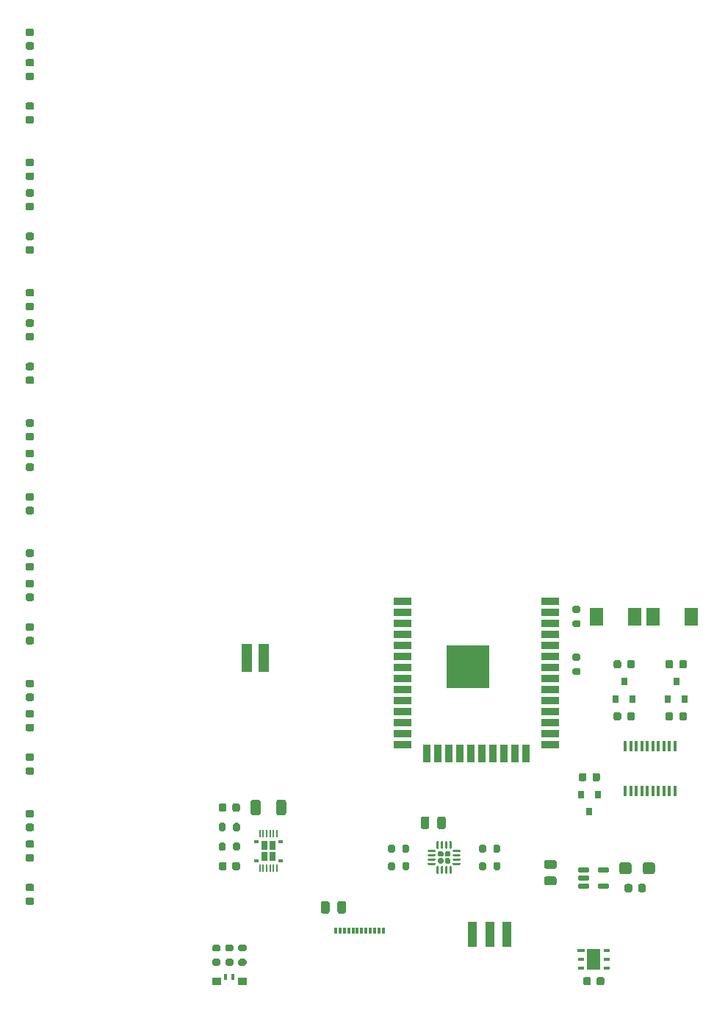
<source format=gbr>
G04 #@! TF.GenerationSoftware,KiCad,Pcbnew,(5.1.9-0-10_14)*
G04 #@! TF.CreationDate,2021-05-25T14:16:09+02:00*
G04 #@! TF.ProjectId,foodSampler_v21,666f6f64-5361-46d7-906c-65725f763231,rev?*
G04 #@! TF.SameCoordinates,Original*
G04 #@! TF.FileFunction,Paste,Top*
G04 #@! TF.FilePolarity,Positive*
%FSLAX46Y46*%
G04 Gerber Fmt 4.6, Leading zero omitted, Abs format (unit mm)*
G04 Created by KiCad (PCBNEW (5.1.9-0-10_14)) date 2021-05-25 14:16:09*
%MOMM*%
%LPD*%
G01*
G04 APERTURE LIST*
%ADD10R,0.350000X0.750000*%
%ADD11R,1.500000X2.000000*%
%ADD12R,5.000000X5.000000*%
%ADD13R,2.000000X0.900000*%
%ADD14R,0.900000X2.000000*%
%ADD15R,0.800000X0.900000*%
%ADD16R,0.400000X1.200000*%
%ADD17R,0.200000X0.200000*%
%ADD18O,0.200000X0.850000*%
%ADD19R,0.775000X1.100000*%
%ADD20R,0.575000X0.400000*%
%ADD21R,1.000000X2.900000*%
%ADD22R,1.250000X3.300000*%
%ADD23R,1.000000X0.900000*%
%ADD24R,0.400000X0.800000*%
%ADD25O,0.900000X0.400000*%
%ADD26R,0.800000X0.400000*%
%ADD27R,1.500000X2.400000*%
G04 APERTURE END LIST*
G36*
G01*
X27743750Y-109350000D02*
X28256250Y-109350000D01*
G75*
G02*
X28475000Y-109568750I0J-218750D01*
G01*
X28475000Y-110006250D01*
G75*
G02*
X28256250Y-110225000I-218750J0D01*
G01*
X27743750Y-110225000D01*
G75*
G02*
X27525000Y-110006250I0J218750D01*
G01*
X27525000Y-109568750D01*
G75*
G02*
X27743750Y-109350000I218750J0D01*
G01*
G37*
G36*
G01*
X27743750Y-107775000D02*
X28256250Y-107775000D01*
G75*
G02*
X28475000Y-107993750I0J-218750D01*
G01*
X28475000Y-108431250D01*
G75*
G02*
X28256250Y-108650000I-218750J0D01*
G01*
X27743750Y-108650000D01*
G75*
G02*
X27525000Y-108431250I0J218750D01*
G01*
X27525000Y-107993750D01*
G75*
G02*
X27743750Y-107775000I218750J0D01*
G01*
G37*
D10*
X63250000Y-151700000D03*
X63750000Y-151700000D03*
X64250000Y-151700000D03*
X64750000Y-151700000D03*
X65250000Y-151700000D03*
X66250000Y-151700000D03*
X66750000Y-151700000D03*
X67250000Y-151700000D03*
X67750000Y-151700000D03*
X68250000Y-151700000D03*
X68750000Y-151700000D03*
X65750000Y-151700000D03*
D11*
X97700000Y-115500000D03*
X93300000Y-115500000D03*
X104200000Y-115500000D03*
X99800000Y-115500000D03*
G36*
G01*
X98100000Y-147025000D02*
X98100000Y-146525000D01*
G75*
G02*
X98325000Y-146300000I225000J0D01*
G01*
X98775000Y-146300000D01*
G75*
G02*
X99000000Y-146525000I0J-225000D01*
G01*
X99000000Y-147025000D01*
G75*
G02*
X98775000Y-147250000I-225000J0D01*
G01*
X98325000Y-147250000D01*
G75*
G02*
X98100000Y-147025000I0J225000D01*
G01*
G37*
G36*
G01*
X96550000Y-147025000D02*
X96550000Y-146525000D01*
G75*
G02*
X96775000Y-146300000I225000J0D01*
G01*
X97225000Y-146300000D01*
G75*
G02*
X97450000Y-146525000I0J-225000D01*
G01*
X97450000Y-147025000D01*
G75*
G02*
X97225000Y-147250000I-225000J0D01*
G01*
X96775000Y-147250000D01*
G75*
G02*
X96550000Y-147025000I0J225000D01*
G01*
G37*
G36*
G01*
X50675000Y-137250000D02*
X50675000Y-137750000D01*
G75*
G02*
X50450000Y-137975000I-225000J0D01*
G01*
X50000000Y-137975000D01*
G75*
G02*
X49775000Y-137750000I0J225000D01*
G01*
X49775000Y-137250000D01*
G75*
G02*
X50000000Y-137025000I225000J0D01*
G01*
X50450000Y-137025000D01*
G75*
G02*
X50675000Y-137250000I0J-225000D01*
G01*
G37*
G36*
G01*
X52225000Y-137250000D02*
X52225000Y-137750000D01*
G75*
G02*
X52000000Y-137975000I-225000J0D01*
G01*
X51550000Y-137975000D01*
G75*
G02*
X51325000Y-137750000I0J225000D01*
G01*
X51325000Y-137250000D01*
G75*
G02*
X51550000Y-137025000I225000J0D01*
G01*
X52000000Y-137025000D01*
G75*
G02*
X52225000Y-137250000I0J-225000D01*
G01*
G37*
G36*
G01*
X51325000Y-144500000D02*
X51325000Y-144000000D01*
G75*
G02*
X51550000Y-143775000I225000J0D01*
G01*
X52000000Y-143775000D01*
G75*
G02*
X52225000Y-144000000I0J-225000D01*
G01*
X52225000Y-144500000D01*
G75*
G02*
X52000000Y-144725000I-225000J0D01*
G01*
X51550000Y-144725000D01*
G75*
G02*
X51325000Y-144500000I0J225000D01*
G01*
G37*
G36*
G01*
X49775000Y-144500000D02*
X49775000Y-144000000D01*
G75*
G02*
X50000000Y-143775000I225000J0D01*
G01*
X50450000Y-143775000D01*
G75*
G02*
X50675000Y-144000000I0J-225000D01*
G01*
X50675000Y-144500000D01*
G75*
G02*
X50450000Y-144725000I-225000J0D01*
G01*
X50000000Y-144725000D01*
G75*
G02*
X49775000Y-144500000I0J225000D01*
G01*
G37*
D12*
X78500000Y-121245000D03*
D13*
X71000000Y-113745000D03*
X71000000Y-115015000D03*
X71000000Y-116285000D03*
X71000000Y-117555000D03*
X71000000Y-118825000D03*
X71000000Y-120095000D03*
X71000000Y-121365000D03*
X71000000Y-122635000D03*
X71000000Y-123905000D03*
X71000000Y-125175000D03*
X71000000Y-126445000D03*
X71000000Y-127715000D03*
X71000000Y-128985000D03*
X71000000Y-130255000D03*
D14*
X73785000Y-131255000D03*
X75055000Y-131255000D03*
X76325000Y-131255000D03*
X77595000Y-131255000D03*
X78865000Y-131255000D03*
X80135000Y-131255000D03*
X81405000Y-131255000D03*
X82675000Y-131255000D03*
X83945000Y-131255000D03*
X85215000Y-131255000D03*
D13*
X88000000Y-130255000D03*
X88000000Y-128985000D03*
X88000000Y-127715000D03*
X88000000Y-126445000D03*
X88000000Y-125175000D03*
X88000000Y-123905000D03*
X88000000Y-122635000D03*
X88000000Y-121365000D03*
X88000000Y-120095000D03*
X88000000Y-118825000D03*
X88000000Y-117555000D03*
X88000000Y-116285000D03*
X88000000Y-115015000D03*
X88000000Y-113745000D03*
G36*
G01*
X27743750Y-47775000D02*
X28256250Y-47775000D01*
G75*
G02*
X28475000Y-47993750I0J-218750D01*
G01*
X28475000Y-48431250D01*
G75*
G02*
X28256250Y-48650000I-218750J0D01*
G01*
X27743750Y-48650000D01*
G75*
G02*
X27525000Y-48431250I0J218750D01*
G01*
X27525000Y-47993750D01*
G75*
G02*
X27743750Y-47775000I218750J0D01*
G01*
G37*
G36*
G01*
X27743750Y-49350000D02*
X28256250Y-49350000D01*
G75*
G02*
X28475000Y-49568750I0J-218750D01*
G01*
X28475000Y-50006250D01*
G75*
G02*
X28256250Y-50225000I-218750J0D01*
G01*
X27743750Y-50225000D01*
G75*
G02*
X27525000Y-50006250I0J218750D01*
G01*
X27525000Y-49568750D01*
G75*
G02*
X27743750Y-49350000I218750J0D01*
G01*
G37*
G36*
G01*
X27743750Y-62775000D02*
X28256250Y-62775000D01*
G75*
G02*
X28475000Y-62993750I0J-218750D01*
G01*
X28475000Y-63431250D01*
G75*
G02*
X28256250Y-63650000I-218750J0D01*
G01*
X27743750Y-63650000D01*
G75*
G02*
X27525000Y-63431250I0J218750D01*
G01*
X27525000Y-62993750D01*
G75*
G02*
X27743750Y-62775000I218750J0D01*
G01*
G37*
G36*
G01*
X27743750Y-64350000D02*
X28256250Y-64350000D01*
G75*
G02*
X28475000Y-64568750I0J-218750D01*
G01*
X28475000Y-65006250D01*
G75*
G02*
X28256250Y-65225000I-218750J0D01*
G01*
X27743750Y-65225000D01*
G75*
G02*
X27525000Y-65006250I0J218750D01*
G01*
X27525000Y-64568750D01*
G75*
G02*
X27743750Y-64350000I218750J0D01*
G01*
G37*
G36*
G01*
X27743750Y-79350000D02*
X28256250Y-79350000D01*
G75*
G02*
X28475000Y-79568750I0J-218750D01*
G01*
X28475000Y-80006250D01*
G75*
G02*
X28256250Y-80225000I-218750J0D01*
G01*
X27743750Y-80225000D01*
G75*
G02*
X27525000Y-80006250I0J218750D01*
G01*
X27525000Y-79568750D01*
G75*
G02*
X27743750Y-79350000I218750J0D01*
G01*
G37*
G36*
G01*
X27743750Y-77775000D02*
X28256250Y-77775000D01*
G75*
G02*
X28475000Y-77993750I0J-218750D01*
G01*
X28475000Y-78431250D01*
G75*
G02*
X28256250Y-78650000I-218750J0D01*
G01*
X27743750Y-78650000D01*
G75*
G02*
X27525000Y-78431250I0J218750D01*
G01*
X27525000Y-77993750D01*
G75*
G02*
X27743750Y-77775000I218750J0D01*
G01*
G37*
G36*
G01*
X27743750Y-94350000D02*
X28256250Y-94350000D01*
G75*
G02*
X28475000Y-94568750I0J-218750D01*
G01*
X28475000Y-95006250D01*
G75*
G02*
X28256250Y-95225000I-218750J0D01*
G01*
X27743750Y-95225000D01*
G75*
G02*
X27525000Y-95006250I0J218750D01*
G01*
X27525000Y-94568750D01*
G75*
G02*
X27743750Y-94350000I218750J0D01*
G01*
G37*
G36*
G01*
X27743750Y-92775000D02*
X28256250Y-92775000D01*
G75*
G02*
X28475000Y-92993750I0J-218750D01*
G01*
X28475000Y-93431250D01*
G75*
G02*
X28256250Y-93650000I-218750J0D01*
G01*
X27743750Y-93650000D01*
G75*
G02*
X27525000Y-93431250I0J218750D01*
G01*
X27525000Y-92993750D01*
G75*
G02*
X27743750Y-92775000I218750J0D01*
G01*
G37*
G36*
G01*
X27743750Y-122775000D02*
X28256250Y-122775000D01*
G75*
G02*
X28475000Y-122993750I0J-218750D01*
G01*
X28475000Y-123431250D01*
G75*
G02*
X28256250Y-123650000I-218750J0D01*
G01*
X27743750Y-123650000D01*
G75*
G02*
X27525000Y-123431250I0J218750D01*
G01*
X27525000Y-122993750D01*
G75*
G02*
X27743750Y-122775000I218750J0D01*
G01*
G37*
G36*
G01*
X27743750Y-124350000D02*
X28256250Y-124350000D01*
G75*
G02*
X28475000Y-124568750I0J-218750D01*
G01*
X28475000Y-125006250D01*
G75*
G02*
X28256250Y-125225000I-218750J0D01*
G01*
X27743750Y-125225000D01*
G75*
G02*
X27525000Y-125006250I0J218750D01*
G01*
X27525000Y-124568750D01*
G75*
G02*
X27743750Y-124350000I218750J0D01*
G01*
G37*
G36*
G01*
X27743750Y-139350000D02*
X28256250Y-139350000D01*
G75*
G02*
X28475000Y-139568750I0J-218750D01*
G01*
X28475000Y-140006250D01*
G75*
G02*
X28256250Y-140225000I-218750J0D01*
G01*
X27743750Y-140225000D01*
G75*
G02*
X27525000Y-140006250I0J218750D01*
G01*
X27525000Y-139568750D01*
G75*
G02*
X27743750Y-139350000I218750J0D01*
G01*
G37*
G36*
G01*
X27743750Y-137775000D02*
X28256250Y-137775000D01*
G75*
G02*
X28475000Y-137993750I0J-218750D01*
G01*
X28475000Y-138431250D01*
G75*
G02*
X28256250Y-138650000I-218750J0D01*
G01*
X27743750Y-138650000D01*
G75*
G02*
X27525000Y-138431250I0J218750D01*
G01*
X27525000Y-137993750D01*
G75*
G02*
X27743750Y-137775000I218750J0D01*
G01*
G37*
G36*
G01*
X27743750Y-51275000D02*
X28256250Y-51275000D01*
G75*
G02*
X28475000Y-51493750I0J-218750D01*
G01*
X28475000Y-51931250D01*
G75*
G02*
X28256250Y-52150000I-218750J0D01*
G01*
X27743750Y-52150000D01*
G75*
G02*
X27525000Y-51931250I0J218750D01*
G01*
X27525000Y-51493750D01*
G75*
G02*
X27743750Y-51275000I218750J0D01*
G01*
G37*
G36*
G01*
X27743750Y-52850000D02*
X28256250Y-52850000D01*
G75*
G02*
X28475000Y-53068750I0J-218750D01*
G01*
X28475000Y-53506250D01*
G75*
G02*
X28256250Y-53725000I-218750J0D01*
G01*
X27743750Y-53725000D01*
G75*
G02*
X27525000Y-53506250I0J218750D01*
G01*
X27525000Y-53068750D01*
G75*
G02*
X27743750Y-52850000I218750J0D01*
G01*
G37*
G36*
G01*
X27743750Y-111275000D02*
X28256250Y-111275000D01*
G75*
G02*
X28475000Y-111493750I0J-218750D01*
G01*
X28475000Y-111931250D01*
G75*
G02*
X28256250Y-112150000I-218750J0D01*
G01*
X27743750Y-112150000D01*
G75*
G02*
X27525000Y-111931250I0J218750D01*
G01*
X27525000Y-111493750D01*
G75*
G02*
X27743750Y-111275000I218750J0D01*
G01*
G37*
G36*
G01*
X27743750Y-112850000D02*
X28256250Y-112850000D01*
G75*
G02*
X28475000Y-113068750I0J-218750D01*
G01*
X28475000Y-113506250D01*
G75*
G02*
X28256250Y-113725000I-218750J0D01*
G01*
X27743750Y-113725000D01*
G75*
G02*
X27525000Y-113506250I0J218750D01*
G01*
X27525000Y-113068750D01*
G75*
G02*
X27743750Y-112850000I218750J0D01*
G01*
G37*
G36*
G01*
X27743750Y-82850000D02*
X28256250Y-82850000D01*
G75*
G02*
X28475000Y-83068750I0J-218750D01*
G01*
X28475000Y-83506250D01*
G75*
G02*
X28256250Y-83725000I-218750J0D01*
G01*
X27743750Y-83725000D01*
G75*
G02*
X27525000Y-83506250I0J218750D01*
G01*
X27525000Y-83068750D01*
G75*
G02*
X27743750Y-82850000I218750J0D01*
G01*
G37*
G36*
G01*
X27743750Y-81275000D02*
X28256250Y-81275000D01*
G75*
G02*
X28475000Y-81493750I0J-218750D01*
G01*
X28475000Y-81931250D01*
G75*
G02*
X28256250Y-82150000I-218750J0D01*
G01*
X27743750Y-82150000D01*
G75*
G02*
X27525000Y-81931250I0J218750D01*
G01*
X27525000Y-81493750D01*
G75*
G02*
X27743750Y-81275000I218750J0D01*
G01*
G37*
G36*
G01*
X27743750Y-141275000D02*
X28256250Y-141275000D01*
G75*
G02*
X28475000Y-141493750I0J-218750D01*
G01*
X28475000Y-141931250D01*
G75*
G02*
X28256250Y-142150000I-218750J0D01*
G01*
X27743750Y-142150000D01*
G75*
G02*
X27525000Y-141931250I0J218750D01*
G01*
X27525000Y-141493750D01*
G75*
G02*
X27743750Y-141275000I218750J0D01*
G01*
G37*
G36*
G01*
X27743750Y-142850000D02*
X28256250Y-142850000D01*
G75*
G02*
X28475000Y-143068750I0J-218750D01*
G01*
X28475000Y-143506250D01*
G75*
G02*
X28256250Y-143725000I-218750J0D01*
G01*
X27743750Y-143725000D01*
G75*
G02*
X27525000Y-143506250I0J218750D01*
G01*
X27525000Y-143068750D01*
G75*
G02*
X27743750Y-142850000I218750J0D01*
G01*
G37*
G36*
G01*
X27743750Y-127850000D02*
X28256250Y-127850000D01*
G75*
G02*
X28475000Y-128068750I0J-218750D01*
G01*
X28475000Y-128506250D01*
G75*
G02*
X28256250Y-128725000I-218750J0D01*
G01*
X27743750Y-128725000D01*
G75*
G02*
X27525000Y-128506250I0J218750D01*
G01*
X27525000Y-128068750D01*
G75*
G02*
X27743750Y-127850000I218750J0D01*
G01*
G37*
G36*
G01*
X27743750Y-126275000D02*
X28256250Y-126275000D01*
G75*
G02*
X28475000Y-126493750I0J-218750D01*
G01*
X28475000Y-126931250D01*
G75*
G02*
X28256250Y-127150000I-218750J0D01*
G01*
X27743750Y-127150000D01*
G75*
G02*
X27525000Y-126931250I0J218750D01*
G01*
X27525000Y-126493750D01*
G75*
G02*
X27743750Y-126275000I218750J0D01*
G01*
G37*
G36*
G01*
X27743750Y-97850000D02*
X28256250Y-97850000D01*
G75*
G02*
X28475000Y-98068750I0J-218750D01*
G01*
X28475000Y-98506250D01*
G75*
G02*
X28256250Y-98725000I-218750J0D01*
G01*
X27743750Y-98725000D01*
G75*
G02*
X27525000Y-98506250I0J218750D01*
G01*
X27525000Y-98068750D01*
G75*
G02*
X27743750Y-97850000I218750J0D01*
G01*
G37*
G36*
G01*
X27743750Y-96275000D02*
X28256250Y-96275000D01*
G75*
G02*
X28475000Y-96493750I0J-218750D01*
G01*
X28475000Y-96931250D01*
G75*
G02*
X28256250Y-97150000I-218750J0D01*
G01*
X27743750Y-97150000D01*
G75*
G02*
X27525000Y-96931250I0J218750D01*
G01*
X27525000Y-96493750D01*
G75*
G02*
X27743750Y-96275000I218750J0D01*
G01*
G37*
G36*
G01*
X27743750Y-67850000D02*
X28256250Y-67850000D01*
G75*
G02*
X28475000Y-68068750I0J-218750D01*
G01*
X28475000Y-68506250D01*
G75*
G02*
X28256250Y-68725000I-218750J0D01*
G01*
X27743750Y-68725000D01*
G75*
G02*
X27525000Y-68506250I0J218750D01*
G01*
X27525000Y-68068750D01*
G75*
G02*
X27743750Y-67850000I218750J0D01*
G01*
G37*
G36*
G01*
X27743750Y-66275000D02*
X28256250Y-66275000D01*
G75*
G02*
X28475000Y-66493750I0J-218750D01*
G01*
X28475000Y-66931250D01*
G75*
G02*
X28256250Y-67150000I-218750J0D01*
G01*
X27743750Y-67150000D01*
G75*
G02*
X27525000Y-66931250I0J218750D01*
G01*
X27525000Y-66493750D01*
G75*
G02*
X27743750Y-66275000I218750J0D01*
G01*
G37*
G36*
G01*
X96150000Y-120743750D02*
X96150000Y-121256250D01*
G75*
G02*
X95931250Y-121475000I-218750J0D01*
G01*
X95493750Y-121475000D01*
G75*
G02*
X95275000Y-121256250I0J218750D01*
G01*
X95275000Y-120743750D01*
G75*
G02*
X95493750Y-120525000I218750J0D01*
G01*
X95931250Y-120525000D01*
G75*
G02*
X96150000Y-120743750I0J-218750D01*
G01*
G37*
G36*
G01*
X97725000Y-120743750D02*
X97725000Y-121256250D01*
G75*
G02*
X97506250Y-121475000I-218750J0D01*
G01*
X97068750Y-121475000D01*
G75*
G02*
X96850000Y-121256250I0J218750D01*
G01*
X96850000Y-120743750D01*
G75*
G02*
X97068750Y-120525000I218750J0D01*
G01*
X97506250Y-120525000D01*
G75*
G02*
X97725000Y-120743750I0J-218750D01*
G01*
G37*
G36*
G01*
X103725000Y-120743750D02*
X103725000Y-121256250D01*
G75*
G02*
X103506250Y-121475000I-218750J0D01*
G01*
X103068750Y-121475000D01*
G75*
G02*
X102850000Y-121256250I0J218750D01*
G01*
X102850000Y-120743750D01*
G75*
G02*
X103068750Y-120525000I218750J0D01*
G01*
X103506250Y-120525000D01*
G75*
G02*
X103725000Y-120743750I0J-218750D01*
G01*
G37*
G36*
G01*
X102150000Y-120743750D02*
X102150000Y-121256250D01*
G75*
G02*
X101931250Y-121475000I-218750J0D01*
G01*
X101493750Y-121475000D01*
G75*
G02*
X101275000Y-121256250I0J218750D01*
G01*
X101275000Y-120743750D01*
G75*
G02*
X101493750Y-120525000I218750J0D01*
G01*
X101931250Y-120525000D01*
G75*
G02*
X102150000Y-120743750I0J-218750D01*
G01*
G37*
G36*
G01*
X93725000Y-133743750D02*
X93725000Y-134256250D01*
G75*
G02*
X93506250Y-134475000I-218750J0D01*
G01*
X93068750Y-134475000D01*
G75*
G02*
X92850000Y-134256250I0J218750D01*
G01*
X92850000Y-133743750D01*
G75*
G02*
X93068750Y-133525000I218750J0D01*
G01*
X93506250Y-133525000D01*
G75*
G02*
X93725000Y-133743750I0J-218750D01*
G01*
G37*
G36*
G01*
X92150000Y-133743750D02*
X92150000Y-134256250D01*
G75*
G02*
X91931250Y-134475000I-218750J0D01*
G01*
X91493750Y-134475000D01*
G75*
G02*
X91275000Y-134256250I0J218750D01*
G01*
X91275000Y-133743750D01*
G75*
G02*
X91493750Y-133525000I218750J0D01*
G01*
X91931250Y-133525000D01*
G75*
G02*
X92150000Y-133743750I0J-218750D01*
G01*
G37*
D15*
X95550000Y-125000000D03*
X97450000Y-125000000D03*
X96500000Y-123000000D03*
X102500000Y-123000000D03*
X103450000Y-125000000D03*
X101550000Y-125000000D03*
G36*
G01*
X97725000Y-126743750D02*
X97725000Y-127256250D01*
G75*
G02*
X97506250Y-127475000I-218750J0D01*
G01*
X97068750Y-127475000D01*
G75*
G02*
X96850000Y-127256250I0J218750D01*
G01*
X96850000Y-126743750D01*
G75*
G02*
X97068750Y-126525000I218750J0D01*
G01*
X97506250Y-126525000D01*
G75*
G02*
X97725000Y-126743750I0J-218750D01*
G01*
G37*
G36*
G01*
X96150000Y-126743750D02*
X96150000Y-127256250D01*
G75*
G02*
X95931250Y-127475000I-218750J0D01*
G01*
X95493750Y-127475000D01*
G75*
G02*
X95275000Y-127256250I0J218750D01*
G01*
X95275000Y-126743750D01*
G75*
G02*
X95493750Y-126525000I218750J0D01*
G01*
X95931250Y-126525000D01*
G75*
G02*
X96150000Y-126743750I0J-218750D01*
G01*
G37*
G36*
G01*
X102150000Y-126743750D02*
X102150000Y-127256250D01*
G75*
G02*
X101931250Y-127475000I-218750J0D01*
G01*
X101493750Y-127475000D01*
G75*
G02*
X101275000Y-127256250I0J218750D01*
G01*
X101275000Y-126743750D01*
G75*
G02*
X101493750Y-126525000I218750J0D01*
G01*
X101931250Y-126525000D01*
G75*
G02*
X102150000Y-126743750I0J-218750D01*
G01*
G37*
G36*
G01*
X103725000Y-126743750D02*
X103725000Y-127256250D01*
G75*
G02*
X103506250Y-127475000I-218750J0D01*
G01*
X103068750Y-127475000D01*
G75*
G02*
X102850000Y-127256250I0J218750D01*
G01*
X102850000Y-126743750D01*
G75*
G02*
X103068750Y-126525000I218750J0D01*
G01*
X103506250Y-126525000D01*
G75*
G02*
X103725000Y-126743750I0J-218750D01*
G01*
G37*
G36*
G01*
X27743750Y-57850000D02*
X28256250Y-57850000D01*
G75*
G02*
X28475000Y-58068750I0J-218750D01*
G01*
X28475000Y-58506250D01*
G75*
G02*
X28256250Y-58725000I-218750J0D01*
G01*
X27743750Y-58725000D01*
G75*
G02*
X27525000Y-58506250I0J218750D01*
G01*
X27525000Y-58068750D01*
G75*
G02*
X27743750Y-57850000I218750J0D01*
G01*
G37*
G36*
G01*
X27743750Y-56275000D02*
X28256250Y-56275000D01*
G75*
G02*
X28475000Y-56493750I0J-218750D01*
G01*
X28475000Y-56931250D01*
G75*
G02*
X28256250Y-57150000I-218750J0D01*
G01*
X27743750Y-57150000D01*
G75*
G02*
X27525000Y-56931250I0J218750D01*
G01*
X27525000Y-56493750D01*
G75*
G02*
X27743750Y-56275000I218750J0D01*
G01*
G37*
G36*
G01*
X27743750Y-71275000D02*
X28256250Y-71275000D01*
G75*
G02*
X28475000Y-71493750I0J-218750D01*
G01*
X28475000Y-71931250D01*
G75*
G02*
X28256250Y-72150000I-218750J0D01*
G01*
X27743750Y-72150000D01*
G75*
G02*
X27525000Y-71931250I0J218750D01*
G01*
X27525000Y-71493750D01*
G75*
G02*
X27743750Y-71275000I218750J0D01*
G01*
G37*
G36*
G01*
X27743750Y-72850000D02*
X28256250Y-72850000D01*
G75*
G02*
X28475000Y-73068750I0J-218750D01*
G01*
X28475000Y-73506250D01*
G75*
G02*
X28256250Y-73725000I-218750J0D01*
G01*
X27743750Y-73725000D01*
G75*
G02*
X27525000Y-73506250I0J218750D01*
G01*
X27525000Y-73068750D01*
G75*
G02*
X27743750Y-72850000I218750J0D01*
G01*
G37*
G36*
G01*
X27743750Y-87850000D02*
X28256250Y-87850000D01*
G75*
G02*
X28475000Y-88068750I0J-218750D01*
G01*
X28475000Y-88506250D01*
G75*
G02*
X28256250Y-88725000I-218750J0D01*
G01*
X27743750Y-88725000D01*
G75*
G02*
X27525000Y-88506250I0J218750D01*
G01*
X27525000Y-88068750D01*
G75*
G02*
X27743750Y-87850000I218750J0D01*
G01*
G37*
G36*
G01*
X27743750Y-86275000D02*
X28256250Y-86275000D01*
G75*
G02*
X28475000Y-86493750I0J-218750D01*
G01*
X28475000Y-86931250D01*
G75*
G02*
X28256250Y-87150000I-218750J0D01*
G01*
X27743750Y-87150000D01*
G75*
G02*
X27525000Y-86931250I0J218750D01*
G01*
X27525000Y-86493750D01*
G75*
G02*
X27743750Y-86275000I218750J0D01*
G01*
G37*
G36*
G01*
X27743750Y-101275000D02*
X28256250Y-101275000D01*
G75*
G02*
X28475000Y-101493750I0J-218750D01*
G01*
X28475000Y-101931250D01*
G75*
G02*
X28256250Y-102150000I-218750J0D01*
G01*
X27743750Y-102150000D01*
G75*
G02*
X27525000Y-101931250I0J218750D01*
G01*
X27525000Y-101493750D01*
G75*
G02*
X27743750Y-101275000I218750J0D01*
G01*
G37*
G36*
G01*
X27743750Y-102850000D02*
X28256250Y-102850000D01*
G75*
G02*
X28475000Y-103068750I0J-218750D01*
G01*
X28475000Y-103506250D01*
G75*
G02*
X28256250Y-103725000I-218750J0D01*
G01*
X27743750Y-103725000D01*
G75*
G02*
X27525000Y-103506250I0J218750D01*
G01*
X27525000Y-103068750D01*
G75*
G02*
X27743750Y-102850000I218750J0D01*
G01*
G37*
G36*
G01*
X27743750Y-117850000D02*
X28256250Y-117850000D01*
G75*
G02*
X28475000Y-118068750I0J-218750D01*
G01*
X28475000Y-118506250D01*
G75*
G02*
X28256250Y-118725000I-218750J0D01*
G01*
X27743750Y-118725000D01*
G75*
G02*
X27525000Y-118506250I0J218750D01*
G01*
X27525000Y-118068750D01*
G75*
G02*
X27743750Y-117850000I218750J0D01*
G01*
G37*
G36*
G01*
X27743750Y-116275000D02*
X28256250Y-116275000D01*
G75*
G02*
X28475000Y-116493750I0J-218750D01*
G01*
X28475000Y-116931250D01*
G75*
G02*
X28256250Y-117150000I-218750J0D01*
G01*
X27743750Y-117150000D01*
G75*
G02*
X27525000Y-116931250I0J218750D01*
G01*
X27525000Y-116493750D01*
G75*
G02*
X27743750Y-116275000I218750J0D01*
G01*
G37*
G36*
G01*
X27743750Y-131275000D02*
X28256250Y-131275000D01*
G75*
G02*
X28475000Y-131493750I0J-218750D01*
G01*
X28475000Y-131931250D01*
G75*
G02*
X28256250Y-132150000I-218750J0D01*
G01*
X27743750Y-132150000D01*
G75*
G02*
X27525000Y-131931250I0J218750D01*
G01*
X27525000Y-131493750D01*
G75*
G02*
X27743750Y-131275000I218750J0D01*
G01*
G37*
G36*
G01*
X27743750Y-132850000D02*
X28256250Y-132850000D01*
G75*
G02*
X28475000Y-133068750I0J-218750D01*
G01*
X28475000Y-133506250D01*
G75*
G02*
X28256250Y-133725000I-218750J0D01*
G01*
X27743750Y-133725000D01*
G75*
G02*
X27525000Y-133506250I0J218750D01*
G01*
X27525000Y-133068750D01*
G75*
G02*
X27743750Y-132850000I218750J0D01*
G01*
G37*
G36*
G01*
X27743750Y-147850000D02*
X28256250Y-147850000D01*
G75*
G02*
X28475000Y-148068750I0J-218750D01*
G01*
X28475000Y-148506250D01*
G75*
G02*
X28256250Y-148725000I-218750J0D01*
G01*
X27743750Y-148725000D01*
G75*
G02*
X27525000Y-148506250I0J218750D01*
G01*
X27525000Y-148068750D01*
G75*
G02*
X27743750Y-147850000I218750J0D01*
G01*
G37*
G36*
G01*
X27743750Y-146275000D02*
X28256250Y-146275000D01*
G75*
G02*
X28475000Y-146493750I0J-218750D01*
G01*
X28475000Y-146931250D01*
G75*
G02*
X28256250Y-147150000I-218750J0D01*
G01*
X27743750Y-147150000D01*
G75*
G02*
X27525000Y-146931250I0J218750D01*
G01*
X27525000Y-146493750D01*
G75*
G02*
X27743750Y-146275000I218750J0D01*
G01*
G37*
D16*
X102357500Y-130400000D03*
X101722500Y-130400000D03*
X101087500Y-130400000D03*
X100452500Y-130400000D03*
X99817500Y-130400000D03*
X99182500Y-130400000D03*
X98547500Y-130400000D03*
X97912500Y-130400000D03*
X97277500Y-130400000D03*
X96642500Y-130400000D03*
X96642500Y-135600000D03*
X97277500Y-135600000D03*
X97912500Y-135600000D03*
X98547500Y-135600000D03*
X99182500Y-135600000D03*
X99817500Y-135600000D03*
X100452500Y-135600000D03*
X101087500Y-135600000D03*
X101722500Y-135600000D03*
X102357500Y-135600000D03*
D15*
X93450000Y-136000000D03*
X91550000Y-136000000D03*
X92500000Y-138000000D03*
G36*
G01*
X64450000Y-148525000D02*
X64450000Y-149475000D01*
G75*
G02*
X64200000Y-149725000I-250000J0D01*
G01*
X63700000Y-149725000D01*
G75*
G02*
X63450000Y-149475000I0J250000D01*
G01*
X63450000Y-148525000D01*
G75*
G02*
X63700000Y-148275000I250000J0D01*
G01*
X64200000Y-148275000D01*
G75*
G02*
X64450000Y-148525000I0J-250000D01*
G01*
G37*
G36*
G01*
X62550000Y-148525000D02*
X62550000Y-149475000D01*
G75*
G02*
X62300000Y-149725000I-250000J0D01*
G01*
X61800000Y-149725000D01*
G75*
G02*
X61550000Y-149475000I0J250000D01*
G01*
X61550000Y-148525000D01*
G75*
G02*
X61800000Y-148275000I250000J0D01*
G01*
X62300000Y-148275000D01*
G75*
G02*
X62550000Y-148525000I0J-250000D01*
G01*
G37*
G36*
G01*
X74950000Y-139725000D02*
X74950000Y-138775000D01*
G75*
G02*
X75200000Y-138525000I250000J0D01*
G01*
X75700000Y-138525000D01*
G75*
G02*
X75950000Y-138775000I0J-250000D01*
G01*
X75950000Y-139725000D01*
G75*
G02*
X75700000Y-139975000I-250000J0D01*
G01*
X75200000Y-139975000D01*
G75*
G02*
X74950000Y-139725000I0J250000D01*
G01*
G37*
G36*
G01*
X73050000Y-139725000D02*
X73050000Y-138775000D01*
G75*
G02*
X73300000Y-138525000I250000J0D01*
G01*
X73800000Y-138525000D01*
G75*
G02*
X74050000Y-138775000I0J-250000D01*
G01*
X74050000Y-139725000D01*
G75*
G02*
X73800000Y-139975000I-250000J0D01*
G01*
X73300000Y-139975000D01*
G75*
G02*
X73050000Y-139725000I0J250000D01*
G01*
G37*
G36*
G01*
X88475000Y-144550000D02*
X87525000Y-144550000D01*
G75*
G02*
X87275000Y-144300000I0J250000D01*
G01*
X87275000Y-143800000D01*
G75*
G02*
X87525000Y-143550000I250000J0D01*
G01*
X88475000Y-143550000D01*
G75*
G02*
X88725000Y-143800000I0J-250000D01*
G01*
X88725000Y-144300000D01*
G75*
G02*
X88475000Y-144550000I-250000J0D01*
G01*
G37*
G36*
G01*
X88475000Y-146450000D02*
X87525000Y-146450000D01*
G75*
G02*
X87275000Y-146200000I0J250000D01*
G01*
X87275000Y-145700000D01*
G75*
G02*
X87525000Y-145450000I250000J0D01*
G01*
X88475000Y-145450000D01*
G75*
G02*
X88725000Y-145700000I0J-250000D01*
G01*
X88725000Y-146200000D01*
G75*
G02*
X88475000Y-146450000I-250000J0D01*
G01*
G37*
G36*
G01*
X79775000Y-144525000D02*
X79775000Y-143975000D01*
G75*
G02*
X79975000Y-143775000I200000J0D01*
G01*
X80375000Y-143775000D01*
G75*
G02*
X80575000Y-143975000I0J-200000D01*
G01*
X80575000Y-144525000D01*
G75*
G02*
X80375000Y-144725000I-200000J0D01*
G01*
X79975000Y-144725000D01*
G75*
G02*
X79775000Y-144525000I0J200000D01*
G01*
G37*
G36*
G01*
X81425000Y-144525000D02*
X81425000Y-143975000D01*
G75*
G02*
X81625000Y-143775000I200000J0D01*
G01*
X82025000Y-143775000D01*
G75*
G02*
X82225000Y-143975000I0J-200000D01*
G01*
X82225000Y-144525000D01*
G75*
G02*
X82025000Y-144725000I-200000J0D01*
G01*
X81625000Y-144725000D01*
G75*
G02*
X81425000Y-144525000I0J200000D01*
G01*
G37*
G36*
G01*
X81425000Y-142525000D02*
X81425000Y-141975000D01*
G75*
G02*
X81625000Y-141775000I200000J0D01*
G01*
X82025000Y-141775000D01*
G75*
G02*
X82225000Y-141975000I0J-200000D01*
G01*
X82225000Y-142525000D01*
G75*
G02*
X82025000Y-142725000I-200000J0D01*
G01*
X81625000Y-142725000D01*
G75*
G02*
X81425000Y-142525000I0J200000D01*
G01*
G37*
G36*
G01*
X79775000Y-142525000D02*
X79775000Y-141975000D01*
G75*
G02*
X79975000Y-141775000I200000J0D01*
G01*
X80375000Y-141775000D01*
G75*
G02*
X80575000Y-141975000I0J-200000D01*
G01*
X80575000Y-142525000D01*
G75*
G02*
X80375000Y-142725000I-200000J0D01*
G01*
X79975000Y-142725000D01*
G75*
G02*
X79775000Y-142525000I0J200000D01*
G01*
G37*
G36*
G01*
X69275000Y-144525000D02*
X69275000Y-143975000D01*
G75*
G02*
X69475000Y-143775000I200000J0D01*
G01*
X69875000Y-143775000D01*
G75*
G02*
X70075000Y-143975000I0J-200000D01*
G01*
X70075000Y-144525000D01*
G75*
G02*
X69875000Y-144725000I-200000J0D01*
G01*
X69475000Y-144725000D01*
G75*
G02*
X69275000Y-144525000I0J200000D01*
G01*
G37*
G36*
G01*
X70925000Y-144525000D02*
X70925000Y-143975000D01*
G75*
G02*
X71125000Y-143775000I200000J0D01*
G01*
X71525000Y-143775000D01*
G75*
G02*
X71725000Y-143975000I0J-200000D01*
G01*
X71725000Y-144525000D01*
G75*
G02*
X71525000Y-144725000I-200000J0D01*
G01*
X71125000Y-144725000D01*
G75*
G02*
X70925000Y-144525000I0J200000D01*
G01*
G37*
G36*
G01*
X70925000Y-142525000D02*
X70925000Y-141975000D01*
G75*
G02*
X71125000Y-141775000I200000J0D01*
G01*
X71525000Y-141775000D01*
G75*
G02*
X71725000Y-141975000I0J-200000D01*
G01*
X71725000Y-142525000D01*
G75*
G02*
X71525000Y-142725000I-200000J0D01*
G01*
X71125000Y-142725000D01*
G75*
G02*
X70925000Y-142525000I0J200000D01*
G01*
G37*
G36*
G01*
X69275000Y-142525000D02*
X69275000Y-141975000D01*
G75*
G02*
X69475000Y-141775000I200000J0D01*
G01*
X69875000Y-141775000D01*
G75*
G02*
X70075000Y-141975000I0J-200000D01*
G01*
X70075000Y-142525000D01*
G75*
G02*
X69875000Y-142725000I-200000J0D01*
G01*
X69475000Y-142725000D01*
G75*
G02*
X69275000Y-142525000I0J200000D01*
G01*
G37*
G36*
G01*
X52225000Y-141725000D02*
X52225000Y-142275000D01*
G75*
G02*
X52025000Y-142475000I-200000J0D01*
G01*
X51625000Y-142475000D01*
G75*
G02*
X51425000Y-142275000I0J200000D01*
G01*
X51425000Y-141725000D01*
G75*
G02*
X51625000Y-141525000I200000J0D01*
G01*
X52025000Y-141525000D01*
G75*
G02*
X52225000Y-141725000I0J-200000D01*
G01*
G37*
G36*
G01*
X50575000Y-141725000D02*
X50575000Y-142275000D01*
G75*
G02*
X50375000Y-142475000I-200000J0D01*
G01*
X49975000Y-142475000D01*
G75*
G02*
X49775000Y-142275000I0J200000D01*
G01*
X49775000Y-141725000D01*
G75*
G02*
X49975000Y-141525000I200000J0D01*
G01*
X50375000Y-141525000D01*
G75*
G02*
X50575000Y-141725000I0J-200000D01*
G01*
G37*
G36*
G01*
X51425000Y-140025000D02*
X51425000Y-139475000D01*
G75*
G02*
X51625000Y-139275000I200000J0D01*
G01*
X52025000Y-139275000D01*
G75*
G02*
X52225000Y-139475000I0J-200000D01*
G01*
X52225000Y-140025000D01*
G75*
G02*
X52025000Y-140225000I-200000J0D01*
G01*
X51625000Y-140225000D01*
G75*
G02*
X51425000Y-140025000I0J200000D01*
G01*
G37*
G36*
G01*
X49775000Y-140025000D02*
X49775000Y-139475000D01*
G75*
G02*
X49975000Y-139275000I200000J0D01*
G01*
X50375000Y-139275000D01*
G75*
G02*
X50575000Y-139475000I0J-200000D01*
G01*
X50575000Y-140025000D01*
G75*
G02*
X50375000Y-140225000I-200000J0D01*
G01*
X49975000Y-140225000D01*
G75*
G02*
X49775000Y-140025000I0J200000D01*
G01*
G37*
G36*
G01*
X91275000Y-116725000D02*
X90725000Y-116725000D01*
G75*
G02*
X90525000Y-116525000I0J200000D01*
G01*
X90525000Y-116125000D01*
G75*
G02*
X90725000Y-115925000I200000J0D01*
G01*
X91275000Y-115925000D01*
G75*
G02*
X91475000Y-116125000I0J-200000D01*
G01*
X91475000Y-116525000D01*
G75*
G02*
X91275000Y-116725000I-200000J0D01*
G01*
G37*
G36*
G01*
X91275000Y-115075000D02*
X90725000Y-115075000D01*
G75*
G02*
X90525000Y-114875000I0J200000D01*
G01*
X90525000Y-114475000D01*
G75*
G02*
X90725000Y-114275000I200000J0D01*
G01*
X91275000Y-114275000D01*
G75*
G02*
X91475000Y-114475000I0J-200000D01*
G01*
X91475000Y-114875000D01*
G75*
G02*
X91275000Y-115075000I-200000J0D01*
G01*
G37*
G36*
G01*
X90725000Y-121425000D02*
X91275000Y-121425000D01*
G75*
G02*
X91475000Y-121625000I0J-200000D01*
G01*
X91475000Y-122025000D01*
G75*
G02*
X91275000Y-122225000I-200000J0D01*
G01*
X90725000Y-122225000D01*
G75*
G02*
X90525000Y-122025000I0J200000D01*
G01*
X90525000Y-121625000D01*
G75*
G02*
X90725000Y-121425000I200000J0D01*
G01*
G37*
G36*
G01*
X90725000Y-119775000D02*
X91275000Y-119775000D01*
G75*
G02*
X91475000Y-119975000I0J-200000D01*
G01*
X91475000Y-120375000D01*
G75*
G02*
X91275000Y-120575000I-200000J0D01*
G01*
X90725000Y-120575000D01*
G75*
G02*
X90525000Y-120375000I0J200000D01*
G01*
X90525000Y-119975000D01*
G75*
G02*
X90725000Y-119775000I200000J0D01*
G01*
G37*
G36*
G01*
X76437500Y-141375000D02*
X76562500Y-141375000D01*
G75*
G02*
X76625000Y-141437500I0J-62500D01*
G01*
X76625000Y-142187500D01*
G75*
G02*
X76562500Y-142250000I-62500J0D01*
G01*
X76437500Y-142250000D01*
G75*
G02*
X76375000Y-142187500I0J62500D01*
G01*
X76375000Y-141437500D01*
G75*
G02*
X76437500Y-141375000I62500J0D01*
G01*
G37*
G36*
G01*
X75937500Y-141375000D02*
X76062500Y-141375000D01*
G75*
G02*
X76125000Y-141437500I0J-62500D01*
G01*
X76125000Y-142187500D01*
G75*
G02*
X76062500Y-142250000I-62500J0D01*
G01*
X75937500Y-142250000D01*
G75*
G02*
X75875000Y-142187500I0J62500D01*
G01*
X75875000Y-141437500D01*
G75*
G02*
X75937500Y-141375000I62500J0D01*
G01*
G37*
G36*
G01*
X75437500Y-141375000D02*
X75562500Y-141375000D01*
G75*
G02*
X75625000Y-141437500I0J-62500D01*
G01*
X75625000Y-142187500D01*
G75*
G02*
X75562500Y-142250000I-62500J0D01*
G01*
X75437500Y-142250000D01*
G75*
G02*
X75375000Y-142187500I0J62500D01*
G01*
X75375000Y-141437500D01*
G75*
G02*
X75437500Y-141375000I62500J0D01*
G01*
G37*
G36*
G01*
X74937500Y-141375000D02*
X75062500Y-141375000D01*
G75*
G02*
X75125000Y-141437500I0J-62500D01*
G01*
X75125000Y-142187500D01*
G75*
G02*
X75062500Y-142250000I-62500J0D01*
G01*
X74937500Y-142250000D01*
G75*
G02*
X74875000Y-142187500I0J62500D01*
G01*
X74875000Y-141437500D01*
G75*
G02*
X74937500Y-141375000I62500J0D01*
G01*
G37*
G36*
G01*
X73937500Y-142375000D02*
X74687500Y-142375000D01*
G75*
G02*
X74750000Y-142437500I0J-62500D01*
G01*
X74750000Y-142562500D01*
G75*
G02*
X74687500Y-142625000I-62500J0D01*
G01*
X73937500Y-142625000D01*
G75*
G02*
X73875000Y-142562500I0J62500D01*
G01*
X73875000Y-142437500D01*
G75*
G02*
X73937500Y-142375000I62500J0D01*
G01*
G37*
G36*
G01*
X73937500Y-142875000D02*
X74687500Y-142875000D01*
G75*
G02*
X74750000Y-142937500I0J-62500D01*
G01*
X74750000Y-143062500D01*
G75*
G02*
X74687500Y-143125000I-62500J0D01*
G01*
X73937500Y-143125000D01*
G75*
G02*
X73875000Y-143062500I0J62500D01*
G01*
X73875000Y-142937500D01*
G75*
G02*
X73937500Y-142875000I62500J0D01*
G01*
G37*
G36*
G01*
X73937500Y-143375000D02*
X74687500Y-143375000D01*
G75*
G02*
X74750000Y-143437500I0J-62500D01*
G01*
X74750000Y-143562500D01*
G75*
G02*
X74687500Y-143625000I-62500J0D01*
G01*
X73937500Y-143625000D01*
G75*
G02*
X73875000Y-143562500I0J62500D01*
G01*
X73875000Y-143437500D01*
G75*
G02*
X73937500Y-143375000I62500J0D01*
G01*
G37*
G36*
G01*
X73937500Y-143875000D02*
X74687500Y-143875000D01*
G75*
G02*
X74750000Y-143937500I0J-62500D01*
G01*
X74750000Y-144062500D01*
G75*
G02*
X74687500Y-144125000I-62500J0D01*
G01*
X73937500Y-144125000D01*
G75*
G02*
X73875000Y-144062500I0J62500D01*
G01*
X73875000Y-143937500D01*
G75*
G02*
X73937500Y-143875000I62500J0D01*
G01*
G37*
G36*
G01*
X74937500Y-144250000D02*
X75062500Y-144250000D01*
G75*
G02*
X75125000Y-144312500I0J-62500D01*
G01*
X75125000Y-145062500D01*
G75*
G02*
X75062500Y-145125000I-62500J0D01*
G01*
X74937500Y-145125000D01*
G75*
G02*
X74875000Y-145062500I0J62500D01*
G01*
X74875000Y-144312500D01*
G75*
G02*
X74937500Y-144250000I62500J0D01*
G01*
G37*
G36*
G01*
X75437500Y-144250000D02*
X75562500Y-144250000D01*
G75*
G02*
X75625000Y-144312500I0J-62500D01*
G01*
X75625000Y-145062500D01*
G75*
G02*
X75562500Y-145125000I-62500J0D01*
G01*
X75437500Y-145125000D01*
G75*
G02*
X75375000Y-145062500I0J62500D01*
G01*
X75375000Y-144312500D01*
G75*
G02*
X75437500Y-144250000I62500J0D01*
G01*
G37*
G36*
G01*
X75937500Y-144250000D02*
X76062500Y-144250000D01*
G75*
G02*
X76125000Y-144312500I0J-62500D01*
G01*
X76125000Y-145062500D01*
G75*
G02*
X76062500Y-145125000I-62500J0D01*
G01*
X75937500Y-145125000D01*
G75*
G02*
X75875000Y-145062500I0J62500D01*
G01*
X75875000Y-144312500D01*
G75*
G02*
X75937500Y-144250000I62500J0D01*
G01*
G37*
G36*
G01*
X76437500Y-144250000D02*
X76562500Y-144250000D01*
G75*
G02*
X76625000Y-144312500I0J-62500D01*
G01*
X76625000Y-145062500D01*
G75*
G02*
X76562500Y-145125000I-62500J0D01*
G01*
X76437500Y-145125000D01*
G75*
G02*
X76375000Y-145062500I0J62500D01*
G01*
X76375000Y-144312500D01*
G75*
G02*
X76437500Y-144250000I62500J0D01*
G01*
G37*
G36*
G01*
X76812500Y-143875000D02*
X77562500Y-143875000D01*
G75*
G02*
X77625000Y-143937500I0J-62500D01*
G01*
X77625000Y-144062500D01*
G75*
G02*
X77562500Y-144125000I-62500J0D01*
G01*
X76812500Y-144125000D01*
G75*
G02*
X76750000Y-144062500I0J62500D01*
G01*
X76750000Y-143937500D01*
G75*
G02*
X76812500Y-143875000I62500J0D01*
G01*
G37*
G36*
G01*
X76812500Y-143375000D02*
X77562500Y-143375000D01*
G75*
G02*
X77625000Y-143437500I0J-62500D01*
G01*
X77625000Y-143562500D01*
G75*
G02*
X77562500Y-143625000I-62500J0D01*
G01*
X76812500Y-143625000D01*
G75*
G02*
X76750000Y-143562500I0J62500D01*
G01*
X76750000Y-143437500D01*
G75*
G02*
X76812500Y-143375000I62500J0D01*
G01*
G37*
G36*
G01*
X76812500Y-142875000D02*
X77562500Y-142875000D01*
G75*
G02*
X77625000Y-142937500I0J-62500D01*
G01*
X77625000Y-143062500D01*
G75*
G02*
X77562500Y-143125000I-62500J0D01*
G01*
X76812500Y-143125000D01*
G75*
G02*
X76750000Y-143062500I0J62500D01*
G01*
X76750000Y-142937500D01*
G75*
G02*
X76812500Y-142875000I62500J0D01*
G01*
G37*
G36*
G01*
X76812500Y-142375000D02*
X77562500Y-142375000D01*
G75*
G02*
X77625000Y-142437500I0J-62500D01*
G01*
X77625000Y-142562500D01*
G75*
G02*
X77562500Y-142625000I-62500J0D01*
G01*
X76812500Y-142625000D01*
G75*
G02*
X76750000Y-142562500I0J62500D01*
G01*
X76750000Y-142437500D01*
G75*
G02*
X76812500Y-142375000I62500J0D01*
G01*
G37*
G36*
G01*
X75990000Y-142530000D02*
X76310000Y-142530000D01*
G75*
G02*
X76470000Y-142690000I0J-160000D01*
G01*
X76470000Y-143010000D01*
G75*
G02*
X76310000Y-143170000I-160000J0D01*
G01*
X75990000Y-143170000D01*
G75*
G02*
X75830000Y-143010000I0J160000D01*
G01*
X75830000Y-142690000D01*
G75*
G02*
X75990000Y-142530000I160000J0D01*
G01*
G37*
G36*
G01*
X75190000Y-142530000D02*
X75510000Y-142530000D01*
G75*
G02*
X75670000Y-142690000I0J-160000D01*
G01*
X75670000Y-143010000D01*
G75*
G02*
X75510000Y-143170000I-160000J0D01*
G01*
X75190000Y-143170000D01*
G75*
G02*
X75030000Y-143010000I0J160000D01*
G01*
X75030000Y-142690000D01*
G75*
G02*
X75190000Y-142530000I160000J0D01*
G01*
G37*
G36*
G01*
X75990000Y-143330000D02*
X76310000Y-143330000D01*
G75*
G02*
X76470000Y-143490000I0J-160000D01*
G01*
X76470000Y-143810000D01*
G75*
G02*
X76310000Y-143970000I-160000J0D01*
G01*
X75990000Y-143970000D01*
G75*
G02*
X75830000Y-143810000I0J160000D01*
G01*
X75830000Y-143490000D01*
G75*
G02*
X75990000Y-143330000I160000J0D01*
G01*
G37*
G36*
G01*
X75190000Y-143330000D02*
X75510000Y-143330000D01*
G75*
G02*
X75670000Y-143490000I0J-160000D01*
G01*
X75670000Y-143810000D01*
G75*
G02*
X75510000Y-143970000I-160000J0D01*
G01*
X75190000Y-143970000D01*
G75*
G02*
X75030000Y-143810000I0J160000D01*
G01*
X75030000Y-143490000D01*
G75*
G02*
X75190000Y-143330000I160000J0D01*
G01*
G37*
D17*
X55300000Y-144800000D03*
D18*
X55300000Y-144475000D03*
X54900000Y-144475000D03*
X54500000Y-144475000D03*
X55700000Y-144475000D03*
X56100000Y-144475000D03*
X56500000Y-144475000D03*
X54500000Y-140525000D03*
X54900000Y-140525000D03*
X55300000Y-140525000D03*
X55700000Y-140525000D03*
X56100000Y-140525000D03*
X56500000Y-140525000D03*
D17*
X55700000Y-144800000D03*
X56100000Y-144800000D03*
X56500000Y-144800000D03*
X54900000Y-144800000D03*
X54500000Y-144800000D03*
X54500000Y-140200000D03*
X54900000Y-140200000D03*
X55300000Y-140200000D03*
X55700000Y-140200000D03*
X56100000Y-140200000D03*
X56500000Y-140200000D03*
D19*
X55012500Y-141850000D03*
X55012500Y-143150000D03*
X55987500Y-143150000D03*
X55987500Y-141850000D03*
D20*
X56865000Y-141400000D03*
X54135000Y-141400000D03*
X54135000Y-143600000D03*
X56865000Y-143600000D03*
G36*
G01*
X91175001Y-144835001D02*
X91175001Y-144535001D01*
G75*
G02*
X91325001Y-144385001I150000J0D01*
G01*
X92350001Y-144385001D01*
G75*
G02*
X92500001Y-144535001I0J-150000D01*
G01*
X92500001Y-144835001D01*
G75*
G02*
X92350001Y-144985001I-150000J0D01*
G01*
X91325001Y-144985001D01*
G75*
G02*
X91175001Y-144835001I0J150000D01*
G01*
G37*
G36*
G01*
X91175001Y-145785001D02*
X91175001Y-145485001D01*
G75*
G02*
X91325001Y-145335001I150000J0D01*
G01*
X92350001Y-145335001D01*
G75*
G02*
X92500001Y-145485001I0J-150000D01*
G01*
X92500001Y-145785001D01*
G75*
G02*
X92350001Y-145935001I-150000J0D01*
G01*
X91325001Y-145935001D01*
G75*
G02*
X91175001Y-145785001I0J150000D01*
G01*
G37*
G36*
G01*
X91175001Y-146735001D02*
X91175001Y-146435001D01*
G75*
G02*
X91325001Y-146285001I150000J0D01*
G01*
X92350001Y-146285001D01*
G75*
G02*
X92500001Y-146435001I0J-150000D01*
G01*
X92500001Y-146735001D01*
G75*
G02*
X92350001Y-146885001I-150000J0D01*
G01*
X91325001Y-146885001D01*
G75*
G02*
X91175001Y-146735001I0J150000D01*
G01*
G37*
G36*
G01*
X93450001Y-146735001D02*
X93450001Y-146435001D01*
G75*
G02*
X93600001Y-146285001I150000J0D01*
G01*
X94625001Y-146285001D01*
G75*
G02*
X94775001Y-146435001I0J-150000D01*
G01*
X94775001Y-146735001D01*
G75*
G02*
X94625001Y-146885001I-150000J0D01*
G01*
X93600001Y-146885001D01*
G75*
G02*
X93450001Y-146735001I0J150000D01*
G01*
G37*
G36*
G01*
X93450001Y-144835001D02*
X93450001Y-144535001D01*
G75*
G02*
X93600001Y-144385001I150000J0D01*
G01*
X94625001Y-144385001D01*
G75*
G02*
X94775001Y-144535001I0J-150000D01*
G01*
X94775001Y-144835001D01*
G75*
G02*
X94625001Y-144985001I-150000J0D01*
G01*
X93600001Y-144985001D01*
G75*
G02*
X93450001Y-144835001I0J150000D01*
G01*
G37*
G36*
G01*
X95950000Y-144925001D02*
X95950000Y-144074999D01*
G75*
G02*
X96199999Y-143825000I249999J0D01*
G01*
X97100001Y-143825000D01*
G75*
G02*
X97350000Y-144074999I0J-249999D01*
G01*
X97350000Y-144925001D01*
G75*
G02*
X97100001Y-145175000I-249999J0D01*
G01*
X96199999Y-145175000D01*
G75*
G02*
X95950000Y-144925001I0J249999D01*
G01*
G37*
G36*
G01*
X98650000Y-144925001D02*
X98650000Y-144074999D01*
G75*
G02*
X98899999Y-143825000I249999J0D01*
G01*
X99800001Y-143825000D01*
G75*
G02*
X100050000Y-144074999I0J-249999D01*
G01*
X100050000Y-144925001D01*
G75*
G02*
X99800001Y-145175000I-249999J0D01*
G01*
X98899999Y-145175000D01*
G75*
G02*
X98650000Y-144925001I0J249999D01*
G01*
G37*
G36*
G01*
X57550000Y-136849999D02*
X57550000Y-138150001D01*
G75*
G02*
X57300001Y-138400000I-249999J0D01*
G01*
X56649999Y-138400000D01*
G75*
G02*
X56400000Y-138150001I0J249999D01*
G01*
X56400000Y-136849999D01*
G75*
G02*
X56649999Y-136600000I249999J0D01*
G01*
X57300001Y-136600000D01*
G75*
G02*
X57550000Y-136849999I0J-249999D01*
G01*
G37*
G36*
G01*
X54600000Y-136849999D02*
X54600000Y-138150001D01*
G75*
G02*
X54350001Y-138400000I-249999J0D01*
G01*
X53699999Y-138400000D01*
G75*
G02*
X53450000Y-138150001I0J249999D01*
G01*
X53450000Y-136849999D01*
G75*
G02*
X53699999Y-136600000I249999J0D01*
G01*
X54350001Y-136600000D01*
G75*
G02*
X54600000Y-136849999I0J-249999D01*
G01*
G37*
D21*
X83000000Y-152100000D03*
X81000000Y-152100000D03*
X79000000Y-152100000D03*
D22*
X55000000Y-120250000D03*
X53000000Y-120250000D03*
G36*
G01*
X94225000Y-157250000D02*
X94225000Y-157750000D01*
G75*
G02*
X94000000Y-157975000I-225000J0D01*
G01*
X93550000Y-157975000D01*
G75*
G02*
X93325000Y-157750000I0J225000D01*
G01*
X93325000Y-157250000D01*
G75*
G02*
X93550000Y-157025000I225000J0D01*
G01*
X94000000Y-157025000D01*
G75*
G02*
X94225000Y-157250000I0J-225000D01*
G01*
G37*
G36*
G01*
X92675000Y-157250000D02*
X92675000Y-157750000D01*
G75*
G02*
X92450000Y-157975000I-225000J0D01*
G01*
X92000000Y-157975000D01*
G75*
G02*
X91775000Y-157750000I0J225000D01*
G01*
X91775000Y-157250000D01*
G75*
G02*
X92000000Y-157025000I225000J0D01*
G01*
X92450000Y-157025000D01*
G75*
G02*
X92675000Y-157250000I0J-225000D01*
G01*
G37*
D23*
X52500000Y-157500000D03*
X49500000Y-157500000D03*
D24*
X50550000Y-157050000D03*
X51400000Y-157050000D03*
G36*
G01*
X52775000Y-154075000D02*
X52225000Y-154075000D01*
G75*
G02*
X52025000Y-153875000I0J200000D01*
G01*
X52025000Y-153475000D01*
G75*
G02*
X52225000Y-153275000I200000J0D01*
G01*
X52775000Y-153275000D01*
G75*
G02*
X52975000Y-153475000I0J-200000D01*
G01*
X52975000Y-153875000D01*
G75*
G02*
X52775000Y-154075000I-200000J0D01*
G01*
G37*
G36*
G01*
X52775000Y-155725000D02*
X52225000Y-155725000D01*
G75*
G02*
X52025000Y-155525000I0J200000D01*
G01*
X52025000Y-155125000D01*
G75*
G02*
X52225000Y-154925000I200000J0D01*
G01*
X52775000Y-154925000D01*
G75*
G02*
X52975000Y-155125000I0J-200000D01*
G01*
X52975000Y-155525000D01*
G75*
G02*
X52775000Y-155725000I-200000J0D01*
G01*
G37*
G36*
G01*
X49775000Y-155725000D02*
X49225000Y-155725000D01*
G75*
G02*
X49025000Y-155525000I0J200000D01*
G01*
X49025000Y-155125000D01*
G75*
G02*
X49225000Y-154925000I200000J0D01*
G01*
X49775000Y-154925000D01*
G75*
G02*
X49975000Y-155125000I0J-200000D01*
G01*
X49975000Y-155525000D01*
G75*
G02*
X49775000Y-155725000I-200000J0D01*
G01*
G37*
G36*
G01*
X49775000Y-154075000D02*
X49225000Y-154075000D01*
G75*
G02*
X49025000Y-153875000I0J200000D01*
G01*
X49025000Y-153475000D01*
G75*
G02*
X49225000Y-153275000I200000J0D01*
G01*
X49775000Y-153275000D01*
G75*
G02*
X49975000Y-153475000I0J-200000D01*
G01*
X49975000Y-153875000D01*
G75*
G02*
X49775000Y-154075000I-200000J0D01*
G01*
G37*
G36*
G01*
X51275000Y-155725000D02*
X50725000Y-155725000D01*
G75*
G02*
X50525000Y-155525000I0J200000D01*
G01*
X50525000Y-155125000D01*
G75*
G02*
X50725000Y-154925000I200000J0D01*
G01*
X51275000Y-154925000D01*
G75*
G02*
X51475000Y-155125000I0J-200000D01*
G01*
X51475000Y-155525000D01*
G75*
G02*
X51275000Y-155725000I-200000J0D01*
G01*
G37*
G36*
G01*
X51275000Y-154075000D02*
X50725000Y-154075000D01*
G75*
G02*
X50525000Y-153875000I0J200000D01*
G01*
X50525000Y-153475000D01*
G75*
G02*
X50725000Y-153275000I200000J0D01*
G01*
X51275000Y-153275000D01*
G75*
G02*
X51475000Y-153475000I0J-200000D01*
G01*
X51475000Y-153875000D01*
G75*
G02*
X51275000Y-154075000I-200000J0D01*
G01*
G37*
D25*
X91500000Y-154000000D03*
D26*
X91500000Y-155000000D03*
X91500000Y-156000000D03*
X94500000Y-156000000D03*
X94500000Y-155000000D03*
X94500000Y-154000000D03*
D27*
X93000000Y-155000000D03*
M02*

</source>
